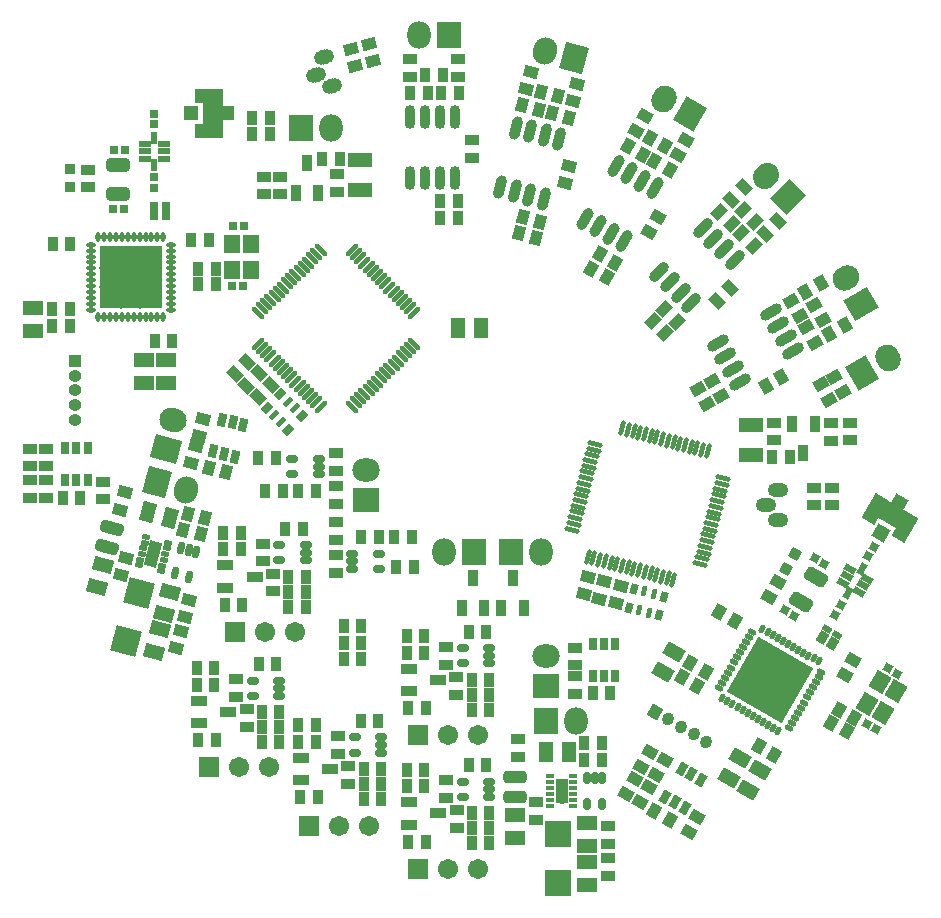
<source format=gts>
G04*
G04 #@! TF.GenerationSoftware,Altium Limited,Altium Designer,21.1.1 (26)*
G04*
G04 Layer_Color=8388736*
%FSLAX25Y25*%
%MOIN*%
G70*
G04*
G04 #@! TF.SameCoordinates,985859E8-4EFC-4F0D-9A30-7684DD2826E4*
G04*
G04*
G04 #@! TF.FilePolarity,Negative*
G04*
G01*
G75*
G04:AMPARAMS|DCode=35|XSize=33.47mil|YSize=23.62mil|CornerRadius=0mil|HoleSize=0mil|Usage=FLASHONLY|Rotation=255.000|XOffset=0mil|YOffset=0mil|HoleType=Round|Shape=Rectangle|*
%AMROTATEDRECTD35*
4,1,4,-0.00708,0.01922,0.01574,0.01311,0.00708,-0.01922,-0.01574,-0.01311,-0.00708,0.01922,0.0*
%
%ADD35ROTATEDRECTD35*%

G04:AMPARAMS|DCode=36|XSize=33.47mil|YSize=15.75mil|CornerRadius=0mil|HoleSize=0mil|Usage=FLASHONLY|Rotation=255.000|XOffset=0mil|YOffset=0mil|HoleType=Round|Shape=Rectangle|*
%AMROTATEDRECTD36*
4,1,4,-0.00328,0.01820,0.01194,0.01412,0.00328,-0.01820,-0.01194,-0.01412,-0.00328,0.01820,0.0*
%
%ADD36ROTATEDRECTD36*%

G04:AMPARAMS|DCode=43|XSize=33.47mil|YSize=23.62mil|CornerRadius=0mil|HoleSize=0mil|Usage=FLASHONLY|Rotation=225.000|XOffset=0mil|YOffset=0mil|HoleType=Round|Shape=Rectangle|*
%AMROTATEDRECTD43*
4,1,4,0.00348,0.02018,0.02018,0.00348,-0.00348,-0.02018,-0.02018,-0.00348,0.00348,0.02018,0.0*
%
%ADD43ROTATEDRECTD43*%

G04:AMPARAMS|DCode=44|XSize=33.47mil|YSize=15.75mil|CornerRadius=0mil|HoleSize=0mil|Usage=FLASHONLY|Rotation=225.000|XOffset=0mil|YOffset=0mil|HoleType=Round|Shape=Rectangle|*
%AMROTATEDRECTD44*
4,1,4,0.00626,0.01740,0.01740,0.00626,-0.00626,-0.01740,-0.01740,-0.00626,0.00626,0.01740,0.0*
%
%ADD44ROTATEDRECTD44*%

G04:AMPARAMS|DCode=93|XSize=65.67mil|YSize=83.12mil|CornerRadius=0mil|HoleSize=0mil|Usage=FLASHONLY|Rotation=60.000|XOffset=0mil|YOffset=0mil|HoleType=Round|Shape=Rectangle|*
%AMROTATEDRECTD93*
4,1,4,0.01957,-0.04922,-0.05241,-0.00766,-0.01957,0.04922,0.05241,0.00766,0.01957,-0.04922,0.0*
%
%ADD93ROTATEDRECTD93*%

%ADD94R,0.06500X0.09500*%
G04:AMPARAMS|DCode=95|XSize=17.45mil|YSize=31.62mil|CornerRadius=0mil|HoleSize=0mil|Usage=FLASHONLY|Rotation=330.000|XOffset=0mil|YOffset=0mil|HoleType=Round|Shape=Round|*
%AMOVALD95*
21,1,0.01417,0.01745,0.00000,0.00000,60.0*
1,1,0.01745,-0.00354,-0.00614*
1,1,0.01745,0.00354,0.00614*
%
%ADD95OVALD95*%

G04:AMPARAMS|DCode=96|XSize=17.45mil|YSize=31.62mil|CornerRadius=0mil|HoleSize=0mil|Usage=FLASHONLY|Rotation=240.000|XOffset=0mil|YOffset=0mil|HoleType=Round|Shape=Round|*
%AMOVALD96*
21,1,0.01417,0.01745,0.00000,0.00000,330.0*
1,1,0.01745,-0.00614,0.00354*
1,1,0.01745,0.00614,-0.00354*
%
%ADD96OVALD96*%

%ADD97P,0.29805X4X285.0*%
G04:AMPARAMS|DCode=98|XSize=37.53mil|YSize=47.37mil|CornerRadius=0mil|HoleSize=0mil|Usage=FLASHONLY|Rotation=150.000|XOffset=0mil|YOffset=0mil|HoleType=Round|Shape=Rectangle|*
%AMROTATEDRECTD98*
4,1,4,0.02809,0.01113,0.00441,-0.02989,-0.02809,-0.01113,-0.00441,0.02989,0.02809,0.01113,0.0*
%
%ADD98ROTATEDRECTD98*%

G04:AMPARAMS|DCode=99|XSize=45.4mil|YSize=65.09mil|CornerRadius=0mil|HoleSize=0mil|Usage=FLASHONLY|Rotation=240.000|XOffset=0mil|YOffset=0mil|HoleType=Round|Shape=Rectangle|*
%AMROTATEDRECTD99*
4,1,4,-0.01683,0.03593,0.03953,0.00339,0.01683,-0.03593,-0.03953,-0.00339,-0.01683,0.03593,0.0*
%
%ADD99ROTATEDRECTD99*%

G04:AMPARAMS|DCode=100|XSize=37.53mil|YSize=47.37mil|CornerRadius=0mil|HoleSize=0mil|Usage=FLASHONLY|Rotation=60.000|XOffset=0mil|YOffset=0mil|HoleType=Round|Shape=Rectangle|*
%AMROTATEDRECTD100*
4,1,4,0.01113,-0.02809,-0.02989,-0.00441,-0.01113,0.02809,0.02989,0.00441,0.01113,-0.02809,0.0*
%
%ADD100ROTATEDRECTD100*%

G04:AMPARAMS|DCode=101|XSize=27.62mil|YSize=43.37mil|CornerRadius=0mil|HoleSize=0mil|Usage=FLASHONLY|Rotation=150.000|XOffset=0mil|YOffset=0mil|HoleType=Round|Shape=Rectangle|*
%AMROTATEDRECTD101*
4,1,4,0.02280,0.01187,0.00112,-0.02568,-0.02280,-0.01187,-0.00112,0.02568,0.02280,0.01187,0.0*
%
%ADD101ROTATEDRECTD101*%

G04:AMPARAMS|DCode=102|XSize=15.81mil|YSize=53.21mil|CornerRadius=0mil|HoleSize=0mil|Usage=FLASHONLY|Rotation=345.000|XOffset=0mil|YOffset=0mil|HoleType=Round|Shape=Round|*
%AMOVALD102*
21,1,0.03740,0.01581,0.00000,0.00000,75.0*
1,1,0.01581,-0.00484,-0.01806*
1,1,0.01581,0.00484,0.01806*
%
%ADD102OVALD102*%

G04:AMPARAMS|DCode=103|XSize=15.81mil|YSize=53.21mil|CornerRadius=0mil|HoleSize=0mil|Usage=FLASHONLY|Rotation=255.000|XOffset=0mil|YOffset=0mil|HoleType=Round|Shape=Round|*
%AMOVALD103*
21,1,0.03740,0.01581,0.00000,0.00000,345.0*
1,1,0.01581,-0.01806,0.00484*
1,1,0.01581,0.01806,-0.00484*
%
%ADD103OVALD103*%

G04:AMPARAMS|DCode=104|XSize=37.53mil|YSize=47.37mil|CornerRadius=0mil|HoleSize=0mil|Usage=FLASHONLY|Rotation=255.000|XOffset=0mil|YOffset=0mil|HoleType=Round|Shape=Rectangle|*
%AMROTATEDRECTD104*
4,1,4,-0.01802,0.02426,0.02774,0.01199,0.01802,-0.02426,-0.02774,-0.01199,-0.01802,0.02426,0.0*
%
%ADD104ROTATEDRECTD104*%

%ADD105R,0.04737X0.03753*%
%ADD106R,0.08674X0.08674*%
%ADD107R,0.06509X0.04540*%
G04:AMPARAMS|DCode=108|XSize=23.75mil|YSize=41.47mil|CornerRadius=5.97mil|HoleSize=0mil|Usage=FLASHONLY|Rotation=0.000|XOffset=0mil|YOffset=0mil|HoleType=Round|Shape=RoundedRectangle|*
%AMROUNDEDRECTD108*
21,1,0.02375,0.02953,0,0,0.0*
21,1,0.01181,0.04147,0,0,0.0*
1,1,0.01194,0.00591,-0.01476*
1,1,0.01194,-0.00591,-0.01476*
1,1,0.01194,-0.00591,0.01476*
1,1,0.01194,0.00591,0.01476*
%
%ADD108ROUNDEDRECTD108*%
G04:AMPARAMS|DCode=109|XSize=23.75mil|YSize=41.47mil|CornerRadius=5.97mil|HoleSize=0mil|Usage=FLASHONLY|Rotation=270.000|XOffset=0mil|YOffset=0mil|HoleType=Round|Shape=RoundedRectangle|*
%AMROUNDEDRECTD109*
21,1,0.02375,0.02953,0,0,270.0*
21,1,0.01181,0.04147,0,0,270.0*
1,1,0.01194,-0.01476,-0.00591*
1,1,0.01194,-0.01476,0.00591*
1,1,0.01194,0.01476,0.00591*
1,1,0.01194,0.01476,-0.00591*
%
%ADD109ROUNDEDRECTD109*%
G04:AMPARAMS|DCode=110|XSize=37.53mil|YSize=47.37mil|CornerRadius=0mil|HoleSize=0mil|Usage=FLASHONLY|Rotation=225.000|XOffset=0mil|YOffset=0mil|HoleType=Round|Shape=Rectangle|*
%AMROTATEDRECTD110*
4,1,4,-0.00348,0.03002,0.03002,-0.00348,0.00348,-0.03002,-0.03002,0.00348,-0.00348,0.03002,0.0*
%
%ADD110ROTATEDRECTD110*%

G04:AMPARAMS|DCode=111|XSize=27.62mil|YSize=43.37mil|CornerRadius=0mil|HoleSize=0mil|Usage=FLASHONLY|Rotation=345.000|XOffset=0mil|YOffset=0mil|HoleType=Round|Shape=Rectangle|*
%AMROTATEDRECTD111*
4,1,4,-0.01895,-0.01737,-0.00773,0.02452,0.01895,0.01737,0.00773,-0.02452,-0.01895,-0.01737,0.0*
%
%ADD111ROTATEDRECTD111*%

G04:AMPARAMS|DCode=112|XSize=37.53mil|YSize=47.37mil|CornerRadius=0mil|HoleSize=0mil|Usage=FLASHONLY|Rotation=165.000|XOffset=0mil|YOffset=0mil|HoleType=Round|Shape=Rectangle|*
%AMROTATEDRECTD112*
4,1,4,0.02426,0.01802,0.01199,-0.02774,-0.02426,-0.01802,-0.01199,0.02774,0.02426,0.01802,0.0*
%
%ADD112ROTATEDRECTD112*%

G04:AMPARAMS|DCode=113|XSize=23.75mil|YSize=41.47mil|CornerRadius=5.97mil|HoleSize=0mil|Usage=FLASHONLY|Rotation=345.000|XOffset=0mil|YOffset=0mil|HoleType=Round|Shape=RoundedRectangle|*
%AMROUNDEDRECTD113*
21,1,0.02375,0.02953,0,0,345.0*
21,1,0.01181,0.04147,0,0,345.0*
1,1,0.01194,0.00188,-0.01579*
1,1,0.01194,-0.00953,-0.01273*
1,1,0.01194,-0.00188,0.01579*
1,1,0.01194,0.00953,0.01273*
%
%ADD113ROUNDEDRECTD113*%
G04:AMPARAMS|DCode=114|XSize=45.4mil|YSize=65.09mil|CornerRadius=0mil|HoleSize=0mil|Usage=FLASHONLY|Rotation=255.000|XOffset=0mil|YOffset=0mil|HoleType=Round|Shape=Rectangle|*
%AMROTATEDRECTD114*
4,1,4,-0.02556,0.03035,0.03731,0.01351,0.02556,-0.03035,-0.03731,-0.01351,-0.02556,0.03035,0.0*
%
%ADD114ROTATEDRECTD114*%

%ADD115P,0.12267X4X390.0*%
G04:AMPARAMS|DCode=116|XSize=45.4mil|YSize=65.09mil|CornerRadius=0mil|HoleSize=0mil|Usage=FLASHONLY|Rotation=165.000|XOffset=0mil|YOffset=0mil|HoleType=Round|Shape=Rectangle|*
%AMROTATEDRECTD116*
4,1,4,0.03035,0.02556,0.01351,-0.03731,-0.03035,-0.02556,-0.01351,0.03731,0.03035,0.02556,0.0*
%
%ADD116ROTATEDRECTD116*%

G04:AMPARAMS|DCode=117|XSize=17.02mil|YSize=25.68mil|CornerRadius=0mil|HoleSize=0mil|Usage=FLASHONLY|Rotation=75.000|XOffset=0mil|YOffset=0mil|HoleType=Round|Shape=Rectangle|*
%AMROTATEDRECTD117*
4,1,4,0.01020,-0.01155,-0.01461,-0.00490,-0.01020,0.01155,0.01461,0.00490,0.01020,-0.01155,0.0*
%
%ADD117ROTATEDRECTD117*%

G04:AMPARAMS|DCode=118|XSize=41.43mil|YSize=84.74mil|CornerRadius=0mil|HoleSize=0mil|Usage=FLASHONLY|Rotation=345.000|XOffset=0mil|YOffset=0mil|HoleType=Round|Shape=Rectangle|*
%AMROTATEDRECTD118*
4,1,4,-0.03098,-0.03557,-0.00904,0.04629,0.03098,0.03557,0.00904,-0.04629,-0.03098,-0.03557,0.0*
%
%ADD118ROTATEDRECTD118*%

G04:AMPARAMS|DCode=119|XSize=78.87mil|YSize=41.47mil|CornerRadius=12.37mil|HoleSize=0mil|Usage=FLASHONLY|Rotation=345.000|XOffset=0mil|YOffset=0mil|HoleType=Round|Shape=RoundedRectangle|*
%AMROUNDEDRECTD119*
21,1,0.07887,0.01673,0,0,345.0*
21,1,0.05413,0.04147,0,0,345.0*
1,1,0.02473,0.02398,-0.01509*
1,1,0.02473,-0.02831,-0.00108*
1,1,0.02473,-0.02398,0.01509*
1,1,0.02473,0.02831,0.00108*
%
%ADD119ROUNDEDRECTD119*%
%ADD120R,0.03543X0.03543*%
%ADD121R,0.02756X0.02756*%
G04:AMPARAMS|DCode=122|XSize=37.53mil|YSize=47.37mil|CornerRadius=0mil|HoleSize=0mil|Usage=FLASHONLY|Rotation=105.000|XOffset=0mil|YOffset=0mil|HoleType=Round|Shape=Rectangle|*
%AMROTATEDRECTD122*
4,1,4,0.02774,-0.01199,-0.01802,-0.02426,-0.02774,0.01199,0.01802,0.02426,0.02774,-0.01199,0.0*
%
%ADD122ROTATEDRECTD122*%

G04:AMPARAMS|DCode=123|XSize=35.56mil|YSize=78.87mil|CornerRadius=0mil|HoleSize=0mil|Usage=FLASHONLY|Rotation=345.000|XOffset=0mil|YOffset=0mil|HoleType=Round|Shape=Round|*
%AMOVALD123*
21,1,0.04331,0.03556,0.00000,0.00000,75.0*
1,1,0.03556,-0.00560,-0.02092*
1,1,0.03556,0.00560,0.02092*
%
%ADD123OVALD123*%

G04:AMPARAMS|DCode=124|XSize=35.56mil|YSize=78.87mil|CornerRadius=0mil|HoleSize=0mil|Usage=FLASHONLY|Rotation=330.000|XOffset=0mil|YOffset=0mil|HoleType=Round|Shape=Round|*
%AMOVALD124*
21,1,0.04331,0.03556,0.00000,0.00000,60.0*
1,1,0.03556,-0.01083,-0.01875*
1,1,0.03556,0.01083,0.01875*
%
%ADD124OVALD124*%

G04:AMPARAMS|DCode=125|XSize=37.53mil|YSize=47.37mil|CornerRadius=0mil|HoleSize=0mil|Usage=FLASHONLY|Rotation=315.000|XOffset=0mil|YOffset=0mil|HoleType=Round|Shape=Rectangle|*
%AMROTATEDRECTD125*
4,1,4,-0.03002,-0.00348,0.00348,0.03002,0.03002,0.00348,-0.00348,-0.03002,-0.03002,-0.00348,0.0*
%
%ADD125ROTATEDRECTD125*%

G04:AMPARAMS|DCode=126|XSize=35.56mil|YSize=78.87mil|CornerRadius=0mil|HoleSize=0mil|Usage=FLASHONLY|Rotation=315.000|XOffset=0mil|YOffset=0mil|HoleType=Round|Shape=Round|*
%AMOVALD126*
21,1,0.04331,0.03556,0.00000,0.00000,45.0*
1,1,0.03556,-0.01531,-0.01531*
1,1,0.03556,0.01531,0.01531*
%
%ADD126OVALD126*%

G04:AMPARAMS|DCode=127|XSize=37.53mil|YSize=47.37mil|CornerRadius=0mil|HoleSize=0mil|Usage=FLASHONLY|Rotation=300.000|XOffset=0mil|YOffset=0mil|HoleType=Round|Shape=Rectangle|*
%AMROTATEDRECTD127*
4,1,4,-0.02989,0.00441,0.01113,0.02809,0.02989,-0.00441,-0.01113,-0.02809,-0.02989,0.00441,0.0*
%
%ADD127ROTATEDRECTD127*%

G04:AMPARAMS|DCode=128|XSize=37.53mil|YSize=47.37mil|CornerRadius=0mil|HoleSize=0mil|Usage=FLASHONLY|Rotation=210.000|XOffset=0mil|YOffset=0mil|HoleType=Round|Shape=Rectangle|*
%AMROTATEDRECTD128*
4,1,4,0.00441,0.02989,0.02809,-0.01113,-0.00441,-0.02989,-0.02809,0.01113,0.00441,0.02989,0.0*
%
%ADD128ROTATEDRECTD128*%

G04:AMPARAMS|DCode=129|XSize=35.56mil|YSize=78.87mil|CornerRadius=0mil|HoleSize=0mil|Usage=FLASHONLY|Rotation=300.000|XOffset=0mil|YOffset=0mil|HoleType=Round|Shape=Round|*
%AMOVALD129*
21,1,0.04331,0.03556,0.00000,0.00000,30.0*
1,1,0.03556,-0.01875,-0.01083*
1,1,0.03556,0.01875,0.01083*
%
%ADD129OVALD129*%

%ADD130P,0.05011X4X195.0*%
%ADD131P,0.03897X4X105.0*%
G04:AMPARAMS|DCode=132|XSize=78.87mil|YSize=47.37mil|CornerRadius=13.84mil|HoleSize=0mil|Usage=FLASHONLY|Rotation=330.000|XOffset=0mil|YOffset=0mil|HoleType=Round|Shape=RoundedRectangle|*
%AMROUNDEDRECTD132*
21,1,0.07887,0.01968,0,0,330.0*
21,1,0.05118,0.04737,0,0,330.0*
1,1,0.02769,0.01724,-0.02132*
1,1,0.02769,-0.02708,0.00427*
1,1,0.02769,-0.01724,0.02132*
1,1,0.02769,0.02708,-0.00427*
%
%ADD132ROUNDEDRECTD132*%
%ADD133P,0.06699X4X375.0*%
G04:AMPARAMS|DCode=134|XSize=49.34mil|YSize=94.61mil|CornerRadius=0mil|HoleSize=0mil|Usage=FLASHONLY|Rotation=330.000|XOffset=0mil|YOffset=0mil|HoleType=Round|Shape=Rectangle|*
%AMROTATEDRECTD134*
4,1,4,-0.04502,-0.02863,0.00229,0.05330,0.04502,0.02863,-0.00229,-0.05330,-0.04502,-0.02863,0.0*
%
%ADD134ROTATEDRECTD134*%

%ADD135P,0.03897X4X195.0*%
G04:AMPARAMS|DCode=136|XSize=39.5mil|YSize=21.78mil|CornerRadius=0mil|HoleSize=0mil|Usage=FLASHONLY|Rotation=330.000|XOffset=0mil|YOffset=0mil|HoleType=Round|Shape=Rectangle|*
%AMROTATEDRECTD136*
4,1,4,-0.02255,0.00044,-0.01166,0.01931,0.02255,-0.00044,0.01166,-0.01931,-0.02255,0.00044,0.0*
%
%ADD136ROTATEDRECTD136*%

G04:AMPARAMS|DCode=137|XSize=39.5mil|YSize=21.78mil|CornerRadius=0mil|HoleSize=0mil|Usage=FLASHONLY|Rotation=60.000|XOffset=0mil|YOffset=0mil|HoleType=Round|Shape=Rectangle|*
%AMROTATEDRECTD137*
4,1,4,-0.00044,-0.02255,-0.01931,-0.01166,0.00044,0.02255,0.01931,0.01166,-0.00044,-0.02255,0.0*
%
%ADD137ROTATEDRECTD137*%

G04:AMPARAMS|DCode=138|XSize=31.62mil|YSize=19.81mil|CornerRadius=0mil|HoleSize=0mil|Usage=FLASHONLY|Rotation=330.000|XOffset=0mil|YOffset=0mil|HoleType=Round|Shape=Rectangle|*
%AMROTATEDRECTD138*
4,1,4,-0.01864,-0.00067,-0.00874,0.01648,0.01864,0.00067,0.00874,-0.01648,-0.01864,-0.00067,0.0*
%
%ADD138ROTATEDRECTD138*%

G04:AMPARAMS|DCode=139|XSize=63.12mil|YSize=53.28mil|CornerRadius=0mil|HoleSize=0mil|Usage=FLASHONLY|Rotation=240.000|XOffset=0mil|YOffset=0mil|HoleType=Round|Shape=Rectangle|*
%AMROTATEDRECTD139*
4,1,4,-0.00729,0.04065,0.03885,0.01401,0.00729,-0.04065,-0.03885,-0.01401,-0.00729,0.04065,0.0*
%
%ADD139ROTATEDRECTD139*%

%ADD140R,0.03753X0.04737*%
G04:AMPARAMS|DCode=141|XSize=78.87mil|YSize=47.37mil|CornerRadius=13.84mil|HoleSize=0mil|Usage=FLASHONLY|Rotation=0.000|XOffset=0mil|YOffset=0mil|HoleType=Round|Shape=RoundedRectangle|*
%AMROUNDEDRECTD141*
21,1,0.07887,0.01968,0,0,0.0*
21,1,0.05118,0.04737,0,0,0.0*
1,1,0.02769,0.02559,-0.00984*
1,1,0.02769,-0.02559,-0.00984*
1,1,0.02769,-0.02559,0.00984*
1,1,0.02769,0.02559,0.00984*
%
%ADD141ROUNDEDRECTD141*%
%ADD142R,0.05328X0.06312*%
%ADD143R,0.02762X0.04337*%
%ADD144R,0.03950X0.02178*%
%ADD145R,0.02178X0.03950*%
%ADD146R,0.03162X0.01981*%
%ADD147O,0.01745X0.03162*%
%ADD148O,0.03162X0.01745*%
%ADD149R,0.21076X0.21076*%
%ADD150R,0.09461X0.04934*%
%ADD151R,0.04737X0.04737*%
%ADD152R,0.02756X0.02756*%
%ADD153R,0.04540X0.06509*%
%ADD154R,0.03556X0.05721*%
G04:AMPARAMS|DCode=155|XSize=15.81mil|YSize=53.21mil|CornerRadius=0mil|HoleSize=0mil|Usage=FLASHONLY|Rotation=315.000|XOffset=0mil|YOffset=0mil|HoleType=Round|Shape=Round|*
%AMOVALD155*
21,1,0.03740,0.01581,0.00000,0.00000,45.0*
1,1,0.01581,-0.01322,-0.01322*
1,1,0.01581,0.01322,0.01322*
%
%ADD155OVALD155*%

G04:AMPARAMS|DCode=156|XSize=15.81mil|YSize=53.21mil|CornerRadius=0mil|HoleSize=0mil|Usage=FLASHONLY|Rotation=225.000|XOffset=0mil|YOffset=0mil|HoleType=Round|Shape=Round|*
%AMOVALD156*
21,1,0.03740,0.01581,0.00000,0.00000,315.0*
1,1,0.01581,-0.01322,0.01322*
1,1,0.01581,0.01322,-0.01322*
%
%ADD156OVALD156*%

%ADD157O,0.03556X0.07887*%
%ADD158R,0.05721X0.03556*%
%ADD159R,0.04143X0.08474*%
%ADD160R,0.02568X0.01702*%
G04:AMPARAMS|DCode=161|XSize=78.87mil|YSize=41.47mil|CornerRadius=12.37mil|HoleSize=0mil|Usage=FLASHONLY|Rotation=0.000|XOffset=0mil|YOffset=0mil|HoleType=Round|Shape=RoundedRectangle|*
%AMROUNDEDRECTD161*
21,1,0.07887,0.01673,0,0,0.0*
21,1,0.05413,0.04147,0,0,0.0*
1,1,0.02473,0.02707,-0.00837*
1,1,0.02473,-0.02707,-0.00837*
1,1,0.02473,-0.02707,0.00837*
1,1,0.02473,0.02707,0.00837*
%
%ADD161ROUNDEDRECTD161*%
%ADD162R,0.07887X0.04934*%
%ADD163R,0.09068X0.07887*%
%ADD164O,0.09068X0.07887*%
G04:AMPARAMS|DCode=165|XSize=78.87mil|YSize=90.68mil|CornerRadius=0mil|HoleSize=0mil|Usage=FLASHONLY|Rotation=75.000|XOffset=0mil|YOffset=0mil|HoleType=Round|Shape=Round|*
%AMOVALD165*
21,1,0.01181,0.07887,0.00000,0.00000,165.0*
1,1,0.07887,0.00570,-0.00153*
1,1,0.07887,-0.00570,0.00153*
%
%ADD165OVALD165*%

G04:AMPARAMS|DCode=166|XSize=78.87mil|YSize=90.68mil|CornerRadius=0mil|HoleSize=0mil|Usage=FLASHONLY|Rotation=75.000|XOffset=0mil|YOffset=0mil|HoleType=Round|Shape=Rectangle|*
%AMROTATEDRECTD166*
4,1,4,0.03359,-0.04982,-0.05400,-0.02636,-0.03359,0.04982,0.05400,0.02636,0.03359,-0.04982,0.0*
%
%ADD166ROTATEDRECTD166*%

G04:AMPARAMS|DCode=167|XSize=78.87mil|YSize=90.68mil|CornerRadius=0mil|HoleSize=0mil|Usage=FLASHONLY|Rotation=345.000|XOffset=0mil|YOffset=0mil|HoleType=Round|Shape=Rectangle|*
%AMROTATEDRECTD167*
4,1,4,-0.04982,-0.03359,-0.02636,0.05400,0.04982,0.03359,0.02636,-0.05400,-0.04982,-0.03359,0.0*
%
%ADD167ROTATEDRECTD167*%

G04:AMPARAMS|DCode=168|XSize=78.87mil|YSize=90.68mil|CornerRadius=0mil|HoleSize=0mil|Usage=FLASHONLY|Rotation=345.000|XOffset=0mil|YOffset=0mil|HoleType=Round|Shape=Round|*
%AMOVALD168*
21,1,0.01181,0.07887,0.00000,0.00000,75.0*
1,1,0.07887,-0.00153,-0.00570*
1,1,0.07887,0.00153,0.00570*
%
%ADD168OVALD168*%

G04:AMPARAMS|DCode=169|XSize=78.87mil|YSize=90.68mil|CornerRadius=0mil|HoleSize=0mil|Usage=FLASHONLY|Rotation=150.000|XOffset=0mil|YOffset=0mil|HoleType=Round|Shape=Rectangle|*
%AMROTATEDRECTD169*
4,1,4,0.05682,0.01955,0.01148,-0.05898,-0.05682,-0.01955,-0.01148,0.05898,0.05682,0.01955,0.0*
%
%ADD169ROTATEDRECTD169*%

G04:AMPARAMS|DCode=170|XSize=78.87mil|YSize=90.68mil|CornerRadius=0mil|HoleSize=0mil|Usage=FLASHONLY|Rotation=150.000|XOffset=0mil|YOffset=0mil|HoleType=Round|Shape=Round|*
%AMOVALD170*
21,1,0.01181,0.07887,0.00000,0.00000,240.0*
1,1,0.07887,0.00295,0.00511*
1,1,0.07887,-0.00295,-0.00511*
%
%ADD170OVALD170*%

G04:AMPARAMS|DCode=171|XSize=78.87mil|YSize=90.68mil|CornerRadius=0mil|HoleSize=0mil|Usage=FLASHONLY|Rotation=135.000|XOffset=0mil|YOffset=0mil|HoleType=Round|Shape=Rectangle|*
%AMROTATEDRECTD171*
4,1,4,0.05994,0.00418,-0.00418,-0.05994,-0.05994,-0.00418,0.00418,0.05994,0.05994,0.00418,0.0*
%
%ADD171ROTATEDRECTD171*%

G04:AMPARAMS|DCode=172|XSize=78.87mil|YSize=90.68mil|CornerRadius=0mil|HoleSize=0mil|Usage=FLASHONLY|Rotation=135.000|XOffset=0mil|YOffset=0mil|HoleType=Round|Shape=Round|*
%AMOVALD172*
21,1,0.01181,0.07887,0.00000,0.00000,225.0*
1,1,0.07887,0.00418,0.00418*
1,1,0.07887,-0.00418,-0.00418*
%
%ADD172OVALD172*%

G04:AMPARAMS|DCode=173|XSize=78.87mil|YSize=90.68mil|CornerRadius=0mil|HoleSize=0mil|Usage=FLASHONLY|Rotation=120.000|XOffset=0mil|YOffset=0mil|HoleType=Round|Shape=Rectangle|*
%AMROTATEDRECTD173*
4,1,4,0.05898,-0.01148,-0.01955,-0.05682,-0.05898,0.01148,0.01955,0.05682,0.05898,-0.01148,0.0*
%
%ADD173ROTATEDRECTD173*%

G04:AMPARAMS|DCode=174|XSize=78.87mil|YSize=90.68mil|CornerRadius=0mil|HoleSize=0mil|Usage=FLASHONLY|Rotation=120.000|XOffset=0mil|YOffset=0mil|HoleType=Round|Shape=Round|*
%AMOVALD174*
21,1,0.01181,0.07887,0.00000,0.00000,210.0*
1,1,0.07887,0.00511,0.00295*
1,1,0.07887,-0.00511,-0.00295*
%
%ADD174OVALD174*%

G04:AMPARAMS|DCode=175|XSize=78.87mil|YSize=90.68mil|CornerRadius=0mil|HoleSize=0mil|Usage=FLASHONLY|Rotation=30.000|XOffset=0mil|YOffset=0mil|HoleType=Round|Shape=Round|*
%AMOVALD175*
21,1,0.01181,0.07887,0.00000,0.00000,120.0*
1,1,0.07887,0.00295,-0.00511*
1,1,0.07887,-0.00295,0.00511*
%
%ADD175OVALD175*%

G04:AMPARAMS|DCode=176|XSize=78.87mil|YSize=90.68mil|CornerRadius=0mil|HoleSize=0mil|Usage=FLASHONLY|Rotation=30.000|XOffset=0mil|YOffset=0mil|HoleType=Round|Shape=Rectangle|*
%AMROTATEDRECTD176*
4,1,4,-0.01148,-0.05898,-0.05682,0.01955,0.01148,0.05898,0.05682,-0.01955,-0.01148,-0.05898,0.0*
%
%ADD176ROTATEDRECTD176*%

%ADD177O,0.07887X0.09068*%
%ADD178R,0.07887X0.09068*%
%ADD179O,0.04343X0.03950*%
%ADD180R,0.04343X0.03950*%
G04:AMPARAMS|DCode=181|XSize=43.43mil|YSize=39.5mil|CornerRadius=0mil|HoleSize=0mil|Usage=FLASHONLY|Rotation=240.000|XOffset=0mil|YOffset=0mil|HoleType=Round|Shape=Round|*
%AMOVALD181*
21,1,0.00394,0.03950,0.00000,0.00000,240.0*
1,1,0.03950,0.00098,0.00171*
1,1,0.03950,-0.00098,-0.00171*
%
%ADD181OVALD181*%

G04:AMPARAMS|DCode=182|XSize=43.43mil|YSize=39.5mil|CornerRadius=0mil|HoleSize=0mil|Usage=FLASHONLY|Rotation=240.000|XOffset=0mil|YOffset=0mil|HoleType=Round|Shape=Rectangle|*
%AMROTATEDRECTD182*
4,1,4,-0.00624,0.02868,0.02796,0.00893,0.00624,-0.02868,-0.02796,-0.00893,-0.00624,0.02868,0.0*
%
%ADD182ROTATEDRECTD182*%

%ADD183C,0.06706*%
%ADD184R,0.06706X0.06706*%
G04:AMPARAMS|DCode=185|XSize=48mil|YSize=68mil|CornerRadius=0mil|HoleSize=0mil|Usage=FLASHONLY|Rotation=105.000|XOffset=0mil|YOffset=0mil|HoleType=Round|Shape=Round|*
%AMOVALD185*
21,1,0.02000,0.04800,0.00000,0.00000,195.0*
1,1,0.04800,0.00966,0.00259*
1,1,0.04800,-0.00966,-0.00259*
%
%ADD185OVALD185*%

%ADD186O,0.06800X0.04800*%
%ADD187C,0.02572*%
%ADD188C,0.02769*%
D35*
X61884Y-51787D02*
D03*
X51997Y-49138D02*
D03*
X50316Y-55413D02*
D03*
X60203Y-58062D02*
D03*
D36*
X58462Y-50870D02*
D03*
X55420Y-50055D02*
D03*
X53738Y-56330D02*
D03*
X56780Y-57145D02*
D03*
D43*
X-63278Y3884D02*
D03*
X-70516Y11122D02*
D03*
X-65922Y15716D02*
D03*
X-58684Y8478D02*
D03*
D44*
X-65783Y6390D02*
D03*
X-68010Y8617D02*
D03*
X-63417Y13210D02*
D03*
X-61190Y10983D02*
D03*
D93*
X138359Y-24493D02*
D03*
D94*
X-88250Y109250D02*
D03*
D95*
X113487Y-73373D02*
D03*
X111782Y-72388D02*
D03*
X110077Y-71404D02*
D03*
X108372Y-70420D02*
D03*
X106668Y-69436D02*
D03*
X104963Y-68451D02*
D03*
X103258Y-67467D02*
D03*
X101553Y-66483D02*
D03*
X99849Y-65499D02*
D03*
X98144Y-64514D02*
D03*
X96439Y-63530D02*
D03*
X94734Y-62546D02*
D03*
X81349Y-85731D02*
D03*
X83053Y-86715D02*
D03*
X84758Y-87699D02*
D03*
X86463Y-88683D02*
D03*
X88168Y-89668D02*
D03*
X89872Y-90652D02*
D03*
X91577Y-91636D02*
D03*
X93282Y-92621D02*
D03*
X94987Y-93605D02*
D03*
X96691Y-94589D02*
D03*
X98396Y-95573D02*
D03*
X100101Y-96557D02*
D03*
D96*
X91238Y-63483D02*
D03*
X90254Y-65187D02*
D03*
X89270Y-66892D02*
D03*
X88286Y-68597D02*
D03*
X87301Y-70302D02*
D03*
X86317Y-72006D02*
D03*
X85333Y-73711D02*
D03*
X84349Y-75416D02*
D03*
X83364Y-77121D02*
D03*
X82380Y-78825D02*
D03*
X81396Y-80530D02*
D03*
X80412Y-82235D02*
D03*
X103597Y-95621D02*
D03*
X104581Y-93916D02*
D03*
X105565Y-92211D02*
D03*
X106549Y-90507D02*
D03*
X107534Y-88802D02*
D03*
X108518Y-87097D02*
D03*
X109502Y-85392D02*
D03*
X110486Y-83688D02*
D03*
X111471Y-81983D02*
D03*
X112455Y-80278D02*
D03*
X113439Y-78573D02*
D03*
X114424Y-76868D02*
D03*
D97*
X97418Y-79552D02*
D03*
D98*
X98608Y-104600D02*
D03*
X93494Y-101647D02*
D03*
X63811Y-126139D02*
D03*
X58697Y-123186D02*
D03*
X67924Y-78549D02*
D03*
X73038Y-81502D02*
D03*
X70674Y-73786D02*
D03*
X75788Y-76738D02*
D03*
X80326Y-56982D02*
D03*
X85440Y-59935D02*
D03*
X57180Y101236D02*
D03*
X62294Y98283D02*
D03*
X54964Y95587D02*
D03*
X49850Y98540D02*
D03*
X58732Y93412D02*
D03*
X63846Y90459D02*
D03*
X37760Y57600D02*
D03*
X42875Y54647D02*
D03*
X40510Y62363D02*
D03*
X45625Y59410D02*
D03*
X125375Y-92377D02*
D03*
X120261Y-89425D02*
D03*
X122875Y-96707D02*
D03*
X117761Y-93755D02*
D03*
D99*
X90025Y-116089D02*
D03*
X93863Y-109440D02*
D03*
X87368Y-105690D02*
D03*
X83530Y-112339D02*
D03*
X61570Y-77003D02*
D03*
X65408Y-70355D02*
D03*
D100*
X54404Y-108528D02*
D03*
X57356Y-103414D02*
D03*
X62120Y-106164D02*
D03*
X59167Y-111278D02*
D03*
X70121Y-130305D02*
D03*
X73074Y-125190D02*
D03*
X56869Y-115257D02*
D03*
X53917Y-120372D02*
D03*
X49154Y-117622D02*
D03*
X52106Y-112507D02*
D03*
X52583Y103368D02*
D03*
X55536Y108482D02*
D03*
X66439Y95368D02*
D03*
X69392Y100482D02*
D03*
X56836Y69735D02*
D03*
X59789Y74849D02*
D03*
X99976Y-46943D02*
D03*
X97024Y-52057D02*
D03*
X125077Y-72942D02*
D03*
X122124Y-78056D02*
D03*
D101*
X62395Y-118500D02*
D03*
X67809Y-109124D02*
D03*
X71048Y-110994D02*
D03*
X74287Y-112864D02*
D03*
X68874Y-122240D02*
D03*
X65634Y-120370D02*
D03*
D102*
X76515Y-3309D02*
D03*
X74614Y-2799D02*
D03*
X72712Y-2290D02*
D03*
X70811Y-1780D02*
D03*
X68909Y-1271D02*
D03*
X67008Y-761D02*
D03*
X65106Y-252D02*
D03*
X63205Y258D02*
D03*
X61304Y767D02*
D03*
X59402Y1277D02*
D03*
X57501Y1786D02*
D03*
X55599Y2296D02*
D03*
X53698Y2805D02*
D03*
X51797Y3315D02*
D03*
X49895Y3824D02*
D03*
X47994Y4333D02*
D03*
X36530Y-38449D02*
D03*
X38432Y-38958D02*
D03*
X40333Y-39468D02*
D03*
X42235Y-39977D02*
D03*
X44136Y-40487D02*
D03*
X46037Y-40996D02*
D03*
X47939Y-41506D02*
D03*
X49840Y-42015D02*
D03*
X51742Y-42524D02*
D03*
X53643Y-43034D02*
D03*
X55545Y-43543D02*
D03*
X57446Y-44053D02*
D03*
X59347Y-44563D02*
D03*
X61249Y-45072D02*
D03*
X63150Y-45581D02*
D03*
X65052Y-46091D02*
D03*
D103*
X38953Y-886D02*
D03*
X38443Y-2788D02*
D03*
X37934Y-4689D02*
D03*
X37424Y-6590D02*
D03*
X36915Y-8492D02*
D03*
X36405Y-10393D02*
D03*
X35896Y-12295D02*
D03*
X35386Y-14196D02*
D03*
X34877Y-16098D02*
D03*
X34367Y-17999D02*
D03*
X33858Y-19901D02*
D03*
X33348Y-21802D02*
D03*
X32839Y-23703D02*
D03*
X32329Y-25605D02*
D03*
X31820Y-27506D02*
D03*
X31310Y-29408D02*
D03*
X74093Y-40871D02*
D03*
X74602Y-38970D02*
D03*
X75112Y-37068D02*
D03*
X75621Y-35167D02*
D03*
X76130Y-33265D02*
D03*
X76640Y-31364D02*
D03*
X77149Y-29463D02*
D03*
X77659Y-27561D02*
D03*
X78168Y-25660D02*
D03*
X78678Y-23758D02*
D03*
X79187Y-21857D02*
D03*
X79697Y-19955D02*
D03*
X80206Y-18054D02*
D03*
X80716Y-16152D02*
D03*
X81225Y-14251D02*
D03*
X81735Y-12350D02*
D03*
D104*
X47629Y-48196D02*
D03*
X46100Y-53900D02*
D03*
X41928Y-46696D02*
D03*
X40400Y-52400D02*
D03*
X36664Y-45248D02*
D03*
X35136Y-50952D02*
D03*
X-93151Y1832D02*
D03*
X-91622Y7536D02*
D03*
X-94081Y-1640D02*
D03*
X-95610Y-7345D02*
D03*
X-97792Y-58524D02*
D03*
X-96264Y-52820D02*
D03*
X-100573Y-68902D02*
D03*
X-99045Y-63197D02*
D03*
X-117436Y-38848D02*
D03*
X-118964Y-44552D02*
D03*
X-119264Y-22747D02*
D03*
X-117736Y-17043D02*
D03*
X16044Y117433D02*
D03*
X17572Y123137D02*
D03*
X33027Y118996D02*
D03*
X31499Y113292D02*
D03*
X30386Y91751D02*
D03*
X28857Y86047D02*
D03*
D105*
X32203Y-68747D02*
D03*
Y-74653D02*
D03*
X32203Y-84153D02*
D03*
X32203Y-78247D02*
D03*
X43341Y-128247D02*
D03*
X43341Y-134153D02*
D03*
X43341Y-138991D02*
D03*
X43341Y-144897D02*
D03*
X19300Y-120395D02*
D03*
Y-126300D02*
D03*
X-7225Y-123059D02*
D03*
X-7225Y-128965D02*
D03*
X-10725Y-113059D02*
D03*
X-10725Y-118965D02*
D03*
X-7253Y-84453D02*
D03*
Y-78547D02*
D03*
X-10753Y-74453D02*
D03*
Y-68547D02*
D03*
X-47500Y-9953D02*
D03*
X-47500Y-4047D02*
D03*
X-47500Y-15000D02*
D03*
X-47500Y-20906D02*
D03*
Y-27047D02*
D03*
X-47500Y-32953D02*
D03*
Y-43953D02*
D03*
Y-38047D02*
D03*
X-46768Y-104224D02*
D03*
Y-98318D02*
D03*
X-43268Y-114224D02*
D03*
Y-108318D02*
D03*
X-80702Y-85248D02*
D03*
X-80702Y-79342D02*
D03*
X-77202Y-95248D02*
D03*
Y-89342D02*
D03*
X-68368Y-44118D02*
D03*
X-68368Y-50024D02*
D03*
X-71868Y-34118D02*
D03*
X-71868Y-40024D02*
D03*
X-125054Y-13477D02*
D03*
Y-19382D02*
D03*
X-144054Y-18882D02*
D03*
X-144054Y-12977D02*
D03*
X-149554Y-12977D02*
D03*
X-149554Y-18882D02*
D03*
X-144054Y-8382D02*
D03*
X-144054Y-2477D02*
D03*
X-149554Y-2477D02*
D03*
X-149554Y-8382D02*
D03*
X-22700Y121547D02*
D03*
X-22700Y127453D02*
D03*
X-6700Y127453D02*
D03*
X-6700Y121547D02*
D03*
X98754Y311D02*
D03*
X117725Y217D02*
D03*
X-47056Y88936D02*
D03*
X-66056Y88192D02*
D03*
X-2200Y94547D02*
D03*
X-2200Y100453D02*
D03*
X13341Y-105153D02*
D03*
X13341Y-99247D02*
D03*
X-47056Y83031D02*
D03*
X-66056Y82287D02*
D03*
X-71556Y88192D02*
D03*
X-71556Y82287D02*
D03*
X123800Y6253D02*
D03*
X123800Y347D02*
D03*
X117725Y6123D02*
D03*
X98754Y6216D02*
D03*
X117958Y-21329D02*
D03*
X117958Y-15424D02*
D03*
X111958Y-21329D02*
D03*
Y-15424D02*
D03*
X-129903Y84632D02*
D03*
Y90538D02*
D03*
D106*
X26600Y-147268D02*
D03*
X26600Y-130732D02*
D03*
D107*
X36341Y-148039D02*
D03*
X36341Y-140361D02*
D03*
X36341Y-127361D02*
D03*
X36341Y-135039D02*
D03*
X-111434Y19362D02*
D03*
X-111434Y27039D02*
D03*
X-103934Y27039D02*
D03*
Y19362D02*
D03*
X-148334Y44439D02*
D03*
X-148334Y36762D02*
D03*
X12341Y-132082D02*
D03*
X12341Y-124405D02*
D03*
D108*
X41400Y-121058D02*
D03*
X36282Y-121058D02*
D03*
X36282Y-112200D02*
D03*
X38841Y-112200D02*
D03*
X41400Y-112200D02*
D03*
D109*
X-5154Y-118571D02*
D03*
X-5154Y-113453D02*
D03*
X3704Y-113453D02*
D03*
X3704Y-116012D02*
D03*
X3704Y-118571D02*
D03*
X-5182Y-74059D02*
D03*
Y-68941D02*
D03*
X3676D02*
D03*
X3676Y-71500D02*
D03*
Y-74059D02*
D03*
X-53071Y-11059D02*
D03*
X-53071Y-8500D02*
D03*
X-53071Y-5941D02*
D03*
X-61929Y-5941D02*
D03*
Y-11059D02*
D03*
X-41197Y-103830D02*
D03*
X-41197Y-98712D02*
D03*
X-32339Y-98712D02*
D03*
X-32339Y-101271D02*
D03*
X-32339Y-103830D02*
D03*
X-75131Y-84854D02*
D03*
Y-79736D02*
D03*
X-66273Y-79736D02*
D03*
X-66273Y-82295D02*
D03*
X-66273Y-84854D02*
D03*
X-66297Y-39630D02*
D03*
X-66297Y-34512D02*
D03*
X-57438Y-34512D02*
D03*
X-57439Y-37071D02*
D03*
X-57438Y-39630D02*
D03*
X-41929Y-37441D02*
D03*
Y-40000D02*
D03*
Y-42559D02*
D03*
X-33071D02*
D03*
Y-37441D02*
D03*
D110*
X-77012Y26488D02*
D03*
X-81188Y22312D02*
D03*
X-73112Y22688D02*
D03*
X-77288Y18512D02*
D03*
X-69212Y18788D02*
D03*
X-73388Y14612D02*
D03*
X84289Y80489D02*
D03*
X88464Y84664D02*
D03*
X99778Y73351D02*
D03*
X95602Y69175D02*
D03*
X83868Y51077D02*
D03*
X79692Y46901D02*
D03*
D111*
X-78231Y5301D02*
D03*
X-81033Y-5157D02*
D03*
X-84646Y-4189D02*
D03*
X-88259Y-3221D02*
D03*
X-85457Y7237D02*
D03*
X-81844Y6269D02*
D03*
D112*
X-84121Y-10265D02*
D03*
X-89825Y-8737D02*
D03*
X-91112Y-25681D02*
D03*
X-96816Y-24152D02*
D03*
X-98239Y-29465D02*
D03*
X-92535Y-30994D02*
D03*
X26741Y115035D02*
D03*
X21036Y116564D02*
D03*
X20358Y110534D02*
D03*
X14654Y112062D02*
D03*
X24560Y109408D02*
D03*
X30265Y107879D02*
D03*
X19277Y67860D02*
D03*
X13572Y69388D02*
D03*
X14996Y74701D02*
D03*
X20700Y73172D02*
D03*
D113*
X-96278Y-45373D02*
D03*
X-101222Y-44048D02*
D03*
X-98929Y-35492D02*
D03*
X-96457Y-36154D02*
D03*
X-93985Y-36816D02*
D03*
D114*
X-108148Y-70125D02*
D03*
X-106161Y-62709D02*
D03*
X-102796Y-50152D02*
D03*
X-104783Y-57568D02*
D03*
X-125213Y-41085D02*
D03*
X-127200Y-48500D02*
D03*
D115*
X-117240Y-66686D02*
D03*
X-112960Y-50714D02*
D03*
D116*
X-110039Y-23715D02*
D03*
X-102623Y-25702D02*
D03*
D117*
X-110570Y-31882D02*
D03*
X-111080Y-33784D02*
D03*
X-111589Y-35685D02*
D03*
X-112099Y-37586D02*
D03*
X-112608Y-39488D02*
D03*
X-113118Y-41389D02*
D03*
X-105892Y-43325D02*
D03*
X-105383Y-41424D02*
D03*
X-104873Y-39522D02*
D03*
X-104364Y-37621D02*
D03*
X-103854Y-35720D02*
D03*
X-103345Y-33818D02*
D03*
D118*
X-108231Y-37604D02*
D03*
D119*
X-123660Y-35289D02*
D03*
X-121979Y-29014D02*
D03*
D120*
X-135945Y90678D02*
D03*
X-135945Y84773D02*
D03*
D121*
X-107934Y84428D02*
D03*
X-107934Y87972D02*
D03*
X-108106Y105700D02*
D03*
X-108106Y109243D02*
D03*
D122*
X-42516Y130907D02*
D03*
X-40988Y125203D02*
D03*
X-34999Y126807D02*
D03*
X-36527Y132512D02*
D03*
D123*
X27088Y100693D02*
D03*
X22258Y101987D02*
D03*
X17429Y103281D02*
D03*
X21789Y80918D02*
D03*
X16960Y82212D02*
D03*
X12130Y83507D02*
D03*
X7300Y84800D02*
D03*
X12599Y104575D02*
D03*
D124*
X35691Y74110D02*
D03*
X40021Y71610D02*
D03*
X44351Y69110D02*
D03*
X48681Y66610D02*
D03*
X50257Y89340D02*
D03*
X54587Y86840D02*
D03*
X58918Y84340D02*
D03*
X45927Y91840D02*
D03*
D125*
X62301Y35941D02*
D03*
X58126Y40117D02*
D03*
X62015Y44006D02*
D03*
X66190Y39830D02*
D03*
X92353Y73064D02*
D03*
X88178Y77240D02*
D03*
X84575Y72357D02*
D03*
X80400Y76533D02*
D03*
X87651Y69281D02*
D03*
X91827Y65105D02*
D03*
D126*
X60400Y56600D02*
D03*
X63936Y53065D02*
D03*
X67471Y49529D02*
D03*
X71007Y45993D02*
D03*
X78412Y67541D02*
D03*
X81947Y64005D02*
D03*
X85483Y60470D02*
D03*
X74876Y71076D02*
D03*
D127*
X73337Y17467D02*
D03*
X76290Y12352D02*
D03*
X78100Y20217D02*
D03*
X81053Y15102D02*
D03*
X107230Y41763D02*
D03*
X104277Y46877D02*
D03*
X109405Y37995D02*
D03*
X112358Y32881D02*
D03*
X111973Y45547D02*
D03*
X114926Y40433D02*
D03*
X121568Y16345D02*
D03*
X118616Y21460D02*
D03*
X114116Y18959D02*
D03*
X117068Y13845D02*
D03*
D128*
X95925Y18438D02*
D03*
X101039Y21391D02*
D03*
X109057Y49692D02*
D03*
X114172Y52644D02*
D03*
X117058Y35835D02*
D03*
X122172Y38788D02*
D03*
D129*
X79800Y32800D02*
D03*
X82300Y28470D02*
D03*
X84800Y24139D02*
D03*
X87300Y19809D02*
D03*
X100030Y38706D02*
D03*
X102530Y34376D02*
D03*
X105030Y30046D02*
D03*
X97530Y43036D02*
D03*
D130*
X102624Y-42557D02*
D03*
X105576Y-37443D02*
D03*
D131*
X102254Y-56363D02*
D03*
X105323Y-58135D02*
D03*
X112254Y-39043D02*
D03*
X115323Y-40815D02*
D03*
X139634Y-77486D02*
D03*
X136566Y-75714D02*
D03*
X132534Y-95986D02*
D03*
X129466Y-94214D02*
D03*
D132*
X107627Y-53601D02*
D03*
X112548Y-45077D02*
D03*
D133*
X134433Y-30697D02*
D03*
X140339Y-20468D02*
D03*
D134*
X132357Y-22679D02*
D03*
X142415Y-28486D02*
D03*
D135*
X130067Y-38206D02*
D03*
X131839Y-35137D02*
D03*
X119094Y-57739D02*
D03*
X120866Y-54671D02*
D03*
D136*
X124072Y-42697D02*
D03*
X122792Y-44913D02*
D03*
X121512Y-47129D02*
D03*
X126968Y-50279D02*
D03*
X128247Y-48062D02*
D03*
X129527Y-45846D02*
D03*
D137*
X123256Y-50409D02*
D03*
X127783Y-42567D02*
D03*
D138*
X117655Y-68105D02*
D03*
X118639Y-66401D02*
D03*
X119624Y-64696D02*
D03*
X114246Y-66137D02*
D03*
X115230Y-64432D02*
D03*
X116214Y-62727D02*
D03*
D139*
X129507Y-87576D02*
D03*
X134962Y-90725D02*
D03*
X139293Y-83224D02*
D03*
X133838Y-80075D02*
D03*
D140*
X-69521Y107748D02*
D03*
X-75427D02*
D03*
X-69436Y102601D02*
D03*
X-75342Y102601D02*
D03*
X-132601Y-18930D02*
D03*
X-138507D02*
D03*
X-142058Y38600D02*
D03*
X-136153Y38600D02*
D03*
X-89753Y67200D02*
D03*
X-95658Y67200D02*
D03*
X-87453Y57600D02*
D03*
X-93358D02*
D03*
X-101981Y33539D02*
D03*
X-107887Y33539D02*
D03*
X-87453Y52600D02*
D03*
X-93358Y52600D02*
D03*
X-141887Y65700D02*
D03*
X-135981Y65700D02*
D03*
X-142058Y44100D02*
D03*
X-136153Y44100D02*
D03*
X-6747Y80000D02*
D03*
X-6491Y116000D02*
D03*
X-22653Y116000D02*
D03*
X103984Y-5237D02*
D03*
X-52009Y94239D02*
D03*
X44056Y-84000D02*
D03*
X38150Y-84000D02*
D03*
X-67250Y-74295D02*
D03*
X-73155Y-74295D02*
D03*
X-12653Y74500D02*
D03*
X-6747Y74500D02*
D03*
X-16747Y116000D02*
D03*
X-17653Y122000D02*
D03*
X-11747Y122000D02*
D03*
X-12397Y116000D02*
D03*
X-12653Y80000D02*
D03*
X-32315Y-119271D02*
D03*
X-38221Y-119271D02*
D03*
X-39220Y-93271D02*
D03*
X-33315D02*
D03*
X-54000Y-94700D02*
D03*
X-59905D02*
D03*
X-32315Y-109271D02*
D03*
X-38221D02*
D03*
X-32315Y-114271D02*
D03*
X-38221Y-114271D02*
D03*
X-54000Y-100200D02*
D03*
X-59906Y-100200D02*
D03*
X-59406Y-118700D02*
D03*
X-53500D02*
D03*
X41294Y-100700D02*
D03*
X35388Y-100700D02*
D03*
X35388Y-106200D02*
D03*
X41294Y-106200D02*
D03*
X-46104Y94239D02*
D03*
X98079Y-5237D02*
D03*
X-59953Y-16500D02*
D03*
X-54047Y-16500D02*
D03*
X-22095Y-32000D02*
D03*
X-28000D02*
D03*
X-73453Y-5500D02*
D03*
X-67547Y-5500D02*
D03*
X-65047Y-16500D02*
D03*
X-70953D02*
D03*
X-78600Y-54500D02*
D03*
X-84505D02*
D03*
X-93340Y-99724D02*
D03*
X-87435Y-99724D02*
D03*
X-23391Y-88929D02*
D03*
X-17485D02*
D03*
X-17457Y-133441D02*
D03*
X-23363Y-133441D02*
D03*
X-85005Y-36000D02*
D03*
X-79100Y-36000D02*
D03*
X-87935Y-81224D02*
D03*
X-93840Y-81224D02*
D03*
X-17985Y-70429D02*
D03*
X-23891D02*
D03*
X-23863Y-114941D02*
D03*
X-17957D02*
D03*
X-63320Y-50071D02*
D03*
X-57415Y-50071D02*
D03*
X-66250Y-95295D02*
D03*
X-72155D02*
D03*
X3700Y-84500D02*
D03*
X-2206D02*
D03*
X-2178Y-129012D02*
D03*
X3728D02*
D03*
X-63320Y-45071D02*
D03*
X-57415D02*
D03*
X-66250Y-90295D02*
D03*
X-72155Y-90295D02*
D03*
X3700Y-79500D02*
D03*
X-2206D02*
D03*
X-2178Y-124012D02*
D03*
X3728Y-124012D02*
D03*
X-38953Y-32000D02*
D03*
X-33047Y-32000D02*
D03*
X-85005Y-30500D02*
D03*
X-79100Y-30500D02*
D03*
X-87935Y-75724D02*
D03*
X-93840Y-75724D02*
D03*
X-17985Y-64929D02*
D03*
X-23891D02*
D03*
X-23863Y-109441D02*
D03*
X-17957Y-109441D02*
D03*
X-58415Y-29071D02*
D03*
X-64320Y-29071D02*
D03*
X-3206Y-63500D02*
D03*
X2700D02*
D03*
X2728Y-108012D02*
D03*
X-3178Y-108012D02*
D03*
X-63320Y-55071D02*
D03*
X-57415D02*
D03*
X-66250Y-100295D02*
D03*
X-72155Y-100295D02*
D03*
X3700Y-89500D02*
D03*
X-2206D02*
D03*
X-2178Y-134012D02*
D03*
X3728Y-134012D02*
D03*
X-44853Y-61700D02*
D03*
X-38947D02*
D03*
Y-67100D02*
D03*
X-44853D02*
D03*
Y-72500D02*
D03*
X-38947D02*
D03*
X-21547Y-42000D02*
D03*
X-27453D02*
D03*
D141*
X-119934Y92121D02*
D03*
X-119934Y82279D02*
D03*
D142*
X-75705Y65862D02*
D03*
X-75705Y57200D02*
D03*
X-82005Y65862D02*
D03*
X-82005Y57200D02*
D03*
D143*
X-133907Y-13022D02*
D03*
X-130167D02*
D03*
X-130167Y-2196D02*
D03*
X-133907Y-2196D02*
D03*
X-137647Y-2196D02*
D03*
X-137647Y-13022D02*
D03*
X41976Y-67440D02*
D03*
X38236Y-67440D02*
D03*
X38236Y-78267D02*
D03*
X41976Y-78267D02*
D03*
X45717Y-78267D02*
D03*
X45717Y-67440D02*
D03*
D144*
X-104806Y96700D02*
D03*
X-104806Y94141D02*
D03*
X-104806Y99259D02*
D03*
X-111105Y96700D02*
D03*
X-111105Y99259D02*
D03*
X-111105Y94141D02*
D03*
D145*
X-107955Y101228D02*
D03*
X-107955Y92172D02*
D03*
D146*
X-103997Y76700D02*
D03*
X-103997Y74732D02*
D03*
X-103997Y78668D02*
D03*
X-107934Y78669D02*
D03*
X-107934Y76700D02*
D03*
X-107934Y74732D02*
D03*
D147*
X-104973Y68086D02*
D03*
X-106942Y68086D02*
D03*
X-108910Y68086D02*
D03*
X-110879Y68086D02*
D03*
X-112847Y68086D02*
D03*
X-114816Y68086D02*
D03*
X-116784Y68086D02*
D03*
X-118753Y68086D02*
D03*
X-120721Y68086D02*
D03*
X-122690Y68086D02*
D03*
X-124658Y68086D02*
D03*
X-126627D02*
D03*
Y41314D02*
D03*
X-124658Y41314D02*
D03*
X-122690Y41314D02*
D03*
X-120721Y41314D02*
D03*
X-118753D02*
D03*
X-116784Y41314D02*
D03*
X-114816Y41314D02*
D03*
X-112847D02*
D03*
X-110879Y41314D02*
D03*
X-108910Y41314D02*
D03*
X-106942Y41314D02*
D03*
X-104973Y41314D02*
D03*
D148*
X-129186Y65527D02*
D03*
X-129186Y63558D02*
D03*
X-129186Y61590D02*
D03*
X-129186Y59621D02*
D03*
X-129186Y57653D02*
D03*
X-129186Y55684D02*
D03*
X-129186Y53716D02*
D03*
X-129186Y51747D02*
D03*
X-129186Y49779D02*
D03*
X-129186Y47810D02*
D03*
Y45842D02*
D03*
X-129186Y43873D02*
D03*
X-102414Y43873D02*
D03*
Y45842D02*
D03*
X-102414Y47810D02*
D03*
X-102414Y49779D02*
D03*
X-102414Y51747D02*
D03*
X-102414Y53716D02*
D03*
X-102414Y55684D02*
D03*
X-102414Y57653D02*
D03*
X-102414Y59621D02*
D03*
X-102414Y61590D02*
D03*
X-102414Y63558D02*
D03*
Y65527D02*
D03*
D149*
X-115800Y54700D02*
D03*
D150*
X-89800Y103593D02*
D03*
Y115207D02*
D03*
D151*
X-83894Y109400D02*
D03*
X-95705Y109400D02*
D03*
D152*
X-118162Y77472D02*
D03*
X-121705Y77472D02*
D03*
X-121434Y97200D02*
D03*
X-117891Y97200D02*
D03*
X-81706Y71700D02*
D03*
X-78162D02*
D03*
X-78391Y51700D02*
D03*
X-81934Y51700D02*
D03*
D153*
X-6839Y37700D02*
D03*
X839D02*
D03*
X30180Y-103700D02*
D03*
X22502Y-103700D02*
D03*
D154*
X108400Y-4043D02*
D03*
X-57056Y92661D02*
D03*
X-1740Y-45658D02*
D03*
X2000Y-55500D02*
D03*
X-5480D02*
D03*
X-60796Y82818D02*
D03*
X-53316Y82818D02*
D03*
X104660Y5800D02*
D03*
X112140Y5800D02*
D03*
X7760Y-55421D02*
D03*
X15240Y-55421D02*
D03*
X11500Y-45579D02*
D03*
D155*
X-21231Y42892D02*
D03*
X-22623Y44284D02*
D03*
X-24014Y45676D02*
D03*
X-25407Y47068D02*
D03*
X-26798Y48460D02*
D03*
X-28190Y49852D02*
D03*
X-29583Y51244D02*
D03*
X-30974Y52636D02*
D03*
X-32366Y54028D02*
D03*
X-33758Y55420D02*
D03*
X-35150Y56812D02*
D03*
X-36542Y58204D02*
D03*
X-37934Y59596D02*
D03*
X-39326Y60988D02*
D03*
X-40718Y62380D02*
D03*
X-42110Y63772D02*
D03*
X-73429Y32453D02*
D03*
X-72037Y31061D02*
D03*
X-70645Y29669D02*
D03*
X-69253Y28277D02*
D03*
X-67861Y26885D02*
D03*
X-66469Y25493D02*
D03*
X-65077Y24101D02*
D03*
X-63685Y22709D02*
D03*
X-62293Y21317D02*
D03*
X-60901Y19925D02*
D03*
X-59509Y18533D02*
D03*
X-58117Y17142D02*
D03*
X-56725Y15750D02*
D03*
X-55333Y14358D02*
D03*
X-53941Y12966D02*
D03*
X-52549Y11574D02*
D03*
D156*
X-56725Y59596D02*
D03*
X-60901Y55420D02*
D03*
X-63685Y52636D02*
D03*
X-73428Y42893D02*
D03*
X-36542Y17141D02*
D03*
X-30974Y22709D02*
D03*
X-29582Y24101D02*
D03*
X-52549Y63772D02*
D03*
X-53942Y62379D02*
D03*
X-55333Y60988D02*
D03*
X-58117Y58204D02*
D03*
X-59509Y56812D02*
D03*
X-62293Y54028D02*
D03*
X-65077Y51244D02*
D03*
X-66469Y49852D02*
D03*
X-67861Y48460D02*
D03*
X-69253Y47068D02*
D03*
X-70645Y45676D02*
D03*
X-72037Y44284D02*
D03*
X-42110Y11574D02*
D03*
X-40718Y12966D02*
D03*
X-39326Y14358D02*
D03*
X-37934Y15750D02*
D03*
X-35150Y18533D02*
D03*
X-33758Y19925D02*
D03*
X-32366Y21317D02*
D03*
X-28190Y25493D02*
D03*
X-26798Y26885D02*
D03*
X-25407Y28277D02*
D03*
X-24015Y29669D02*
D03*
X-22623Y31061D02*
D03*
X-21231Y32453D02*
D03*
D157*
X-22700Y108236D02*
D03*
X-7700Y108236D02*
D03*
X-12700Y108236D02*
D03*
X-17700Y108236D02*
D03*
X-7700Y87764D02*
D03*
X-12700Y87764D02*
D03*
X-17700Y87764D02*
D03*
X-22700Y87764D02*
D03*
D158*
X-59189Y-105531D02*
D03*
X-59189Y-113011D02*
D03*
X-49347Y-109271D02*
D03*
X-74446Y-45071D02*
D03*
X-84289Y-48811D02*
D03*
X-84289Y-41331D02*
D03*
X-83281Y-90295D02*
D03*
X-93124Y-94035D02*
D03*
X-93124Y-86555D02*
D03*
X-13331Y-79500D02*
D03*
X-23174Y-83240D02*
D03*
X-23174Y-75760D02*
D03*
X-13304Y-124012D02*
D03*
X-23146Y-127752D02*
D03*
X-23146Y-120272D02*
D03*
D159*
X27843Y-116647D02*
D03*
D160*
X31583Y-111726D02*
D03*
X31583Y-113695D02*
D03*
X31583Y-115663D02*
D03*
X31583Y-117631D02*
D03*
X31583Y-119600D02*
D03*
X31583Y-121569D02*
D03*
X24103Y-121569D02*
D03*
X24103Y-119600D02*
D03*
X24103Y-117631D02*
D03*
X24103Y-115663D02*
D03*
X24103Y-113695D02*
D03*
X24103Y-111726D02*
D03*
D161*
X12341Y-111909D02*
D03*
X12341Y-118405D02*
D03*
D162*
X-39556Y83720D02*
D03*
X-39556Y93759D02*
D03*
X90918Y5459D02*
D03*
Y-4581D02*
D03*
D163*
X22703Y-81700D02*
D03*
X-37500Y-19500D02*
D03*
D164*
X22703Y-71700D02*
D03*
X-37500Y-9500D02*
D03*
D165*
X-101563Y7142D02*
D03*
D166*
X-104151Y-2517D02*
D03*
D167*
X-107127Y-13625D02*
D03*
X31965Y127612D02*
D03*
D168*
X-97468Y-16213D02*
D03*
X22306Y130200D02*
D03*
D169*
X70596Y109079D02*
D03*
D170*
X61936Y114079D02*
D03*
D171*
X103166Y81343D02*
D03*
D172*
X96095Y88414D02*
D03*
D173*
X127513Y45631D02*
D03*
D174*
X122513Y54291D02*
D03*
D175*
X136592Y27902D02*
D03*
D176*
X127932Y22902D02*
D03*
D177*
X-49194Y104446D02*
D03*
X-19700Y135500D02*
D03*
X32703Y-93200D02*
D03*
X-11495Y-36758D02*
D03*
X21005Y-36758D02*
D03*
D178*
X-59194Y104446D02*
D03*
X-9700Y135500D02*
D03*
X22703Y-93200D02*
D03*
X-1495Y-36758D02*
D03*
X11005Y-36758D02*
D03*
D179*
X-134434Y21881D02*
D03*
X-134434Y16960D02*
D03*
X-134434Y7117D02*
D03*
X-134434Y12039D02*
D03*
D180*
X-134434Y26802D02*
D03*
D181*
X76040Y-100075D02*
D03*
X71778Y-97614D02*
D03*
X67516Y-95153D02*
D03*
X63254Y-92693D02*
D03*
D182*
X58992Y-90232D02*
D03*
D183*
X-36314Y-128186D02*
D03*
X-46314D02*
D03*
X-71053Y-63500D02*
D03*
X-61053Y-63500D02*
D03*
X-69887Y-108724D02*
D03*
X-79887Y-108724D02*
D03*
X62Y-97929D02*
D03*
X-9938D02*
D03*
X-9910Y-142441D02*
D03*
X90Y-142441D02*
D03*
D184*
X-56314Y-128186D02*
D03*
X-81053Y-63500D02*
D03*
X-89887Y-108724D02*
D03*
X-19938Y-97929D02*
D03*
X-19910Y-142441D02*
D03*
D185*
X-51479Y128037D02*
D03*
X-54048Y122172D02*
D03*
X-48891Y118377D02*
D03*
D186*
X99958Y-26376D02*
D03*
X95958Y-21376D02*
D03*
X99958Y-16376D02*
D03*
D187*
X106927Y-81389D02*
D03*
X103763Y-86868D02*
D03*
X104734Y-73206D02*
D03*
X101739Y-78394D02*
D03*
X98576Y-83873D02*
D03*
X95580Y-89061D02*
D03*
X99255Y-70043D02*
D03*
X96260Y-75230D02*
D03*
X93096Y-80710D02*
D03*
X90101Y-85897D02*
D03*
X91072Y-72235D02*
D03*
X87909Y-77715D02*
D03*
X-106646Y57863D02*
D03*
X-106646Y51537D02*
D03*
X-112637Y63854D02*
D03*
Y57863D02*
D03*
Y51537D02*
D03*
Y45546D02*
D03*
X-118963Y63854D02*
D03*
X-118963Y57863D02*
D03*
X-118963Y51537D02*
D03*
X-118963Y45546D02*
D03*
X-124954Y57863D02*
D03*
X-124953Y51537D02*
D03*
D188*
X-108231Y-37604D02*
D03*
X-107518Y-34942D02*
D03*
X-108944Y-40266D02*
D03*
X27843Y-119403D02*
D03*
Y-113891D02*
D03*
X27843Y-116647D02*
D03*
M02*

</source>
